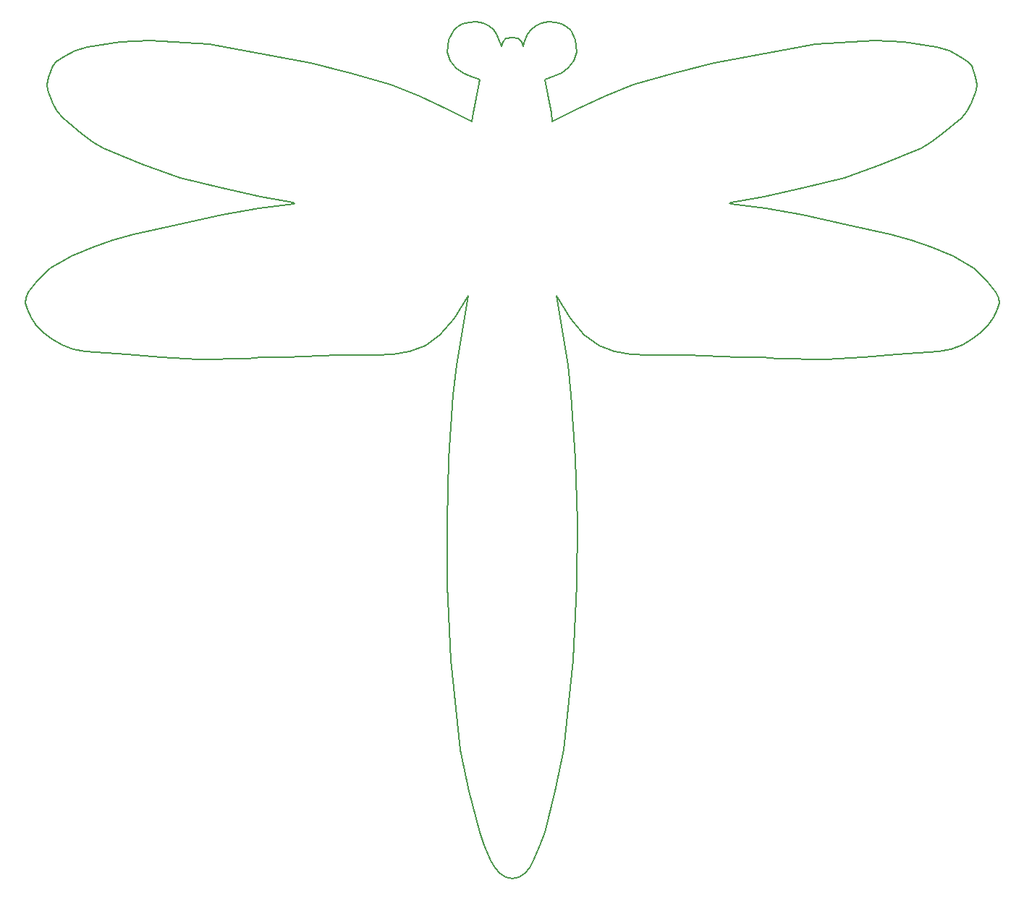
<source format=gbr>
From e55b89a5588fa95f8bbeac76e9181db4f5cc9a8d Mon Sep 17 00:00:00 2001
From: Blaise Thompson <blaise@untzag.com>
Date: Sun, 24 Oct 2021 20:50:41 -0500
Subject: initial commit

---
 gerber/dragonfly-Edge_Cuts.gbr | 426 +++++++++++++++++++++++++++++++++++++++++
 1 file changed, 426 insertions(+)
 create mode 100644 gerber/dragonfly-Edge_Cuts.gbr

(limited to 'gerber/dragonfly-Edge_Cuts.gbr')

diff --git a/gerber/dragonfly-Edge_Cuts.gbr b/gerber/dragonfly-Edge_Cuts.gbr
new file mode 100644
index 0000000..df475b3
--- /dev/null
+++ b/gerber/dragonfly-Edge_Cuts.gbr
@@ -0,0 +1,426 @@
+%TF.GenerationSoftware,KiCad,Pcbnew,5.99.0+really5.1.10+dfsg1-1+b1*%
+%TF.CreationDate,2021-10-24T20:32:13-05:00*%
+%TF.ProjectId,dragonfly,64726167-6f6e-4666-9c79-2e6b69636164,A*%
+%TF.SameCoordinates,Original*%
+%TF.FileFunction,Profile,NP*%
+%FSLAX46Y46*%
+G04 Gerber Fmt 4.6, Leading zero omitted, Abs format (unit mm)*
+G04 Created by KiCad (PCBNEW 5.99.0+really5.1.10+dfsg1-1+b1) date 2021-10-24 20:32:13*
+%MOMM*%
+%LPD*%
+G01*
+G04 APERTURE LIST*
+%TA.AperFunction,Profile*%
+%ADD10C,0.200000*%
+%TD*%
+G04 APERTURE END LIST*
+D10*
+X128830020Y-53051507D02*
+X128397345Y-54015195D01*
+X118587230Y-88250307D02*
+X116853486Y-89489991D01*
+X169419503Y-53786396D02*
+X162486813Y-54259340D01*
+X153604604Y-72586852D02*
+X156484936Y-72051400D01*
+X134641750Y-110098584D02*
+X134431399Y-102769144D01*
+X176658373Y-54528660D02*
+X172860247Y-53974174D01*
+X74341262Y-89469225D02*
+X73179130Y-88806610D01*
+X77103253Y-90191334D02*
+X75653334Y-89947775D01*
+X157998516Y-91022232D02*
+X163725002Y-91101873D01*
+X171260788Y-76449614D02*
+X166269634Y-75367367D01*
+X181051726Y-80457670D02*
+X178571297Y-79066590D01*
+X129728468Y-52082595D02*
+X129211954Y-52535118D01*
+X176127762Y-77977186D02*
+X173698475Y-77126010D01*
+X181334786Y-59625270D02*
+X181404626Y-58946922D01*
+X133882731Y-95286534D02*
+X133541976Y-91841394D01*
+X120240463Y-86349746D02*
+X118587230Y-88250307D01*
+X119580979Y-102769154D02*
+X120129648Y-95286544D01*
+X132766504Y-57581410D02*
+X133592010Y-57000700D01*
+X130807523Y-146469304D02*
+X132057914Y-141670223D01*
+X132820151Y-51879002D02*
+X132098186Y-51688816D01*
+X133541976Y-91841394D02*
+X132188016Y-83648444D01*
+X183606711Y-83306153D02*
+X182592856Y-81975320D01*
+X124990277Y-150646804D02*
+X124500863Y-149841777D01*
+X128397345Y-54015195D02*
+X128285360Y-54452285D01*
+X137158895Y-89489981D02*
+X138984316Y-90208639D01*
+X134571293Y-61805120D02*
+X131702843Y-63271870D01*
+X75441052Y-79066614D02*
+X77884587Y-77977210D01*
+X81152082Y-53974198D02*
+X84592833Y-53786420D01*
+X77353963Y-54528684D02*
+X81152082Y-53974198D01*
+X131237770Y-51629835D02*
+X130397694Y-51759110D01*
+X75653334Y-89947775D02*
+X74341262Y-89469225D01*
+X134256828Y-56190834D02*
+X134563290Y-55132685D01*
+X116170952Y-60326011D02*
+X119441043Y-61805144D01*
+X112828312Y-59004144D02*
+X116170952Y-60326011D01*
+X178571297Y-79066590D02*
+X176127762Y-77977186D01*
+X178129449Y-55006423D02*
+X176658373Y-54528660D01*
+X133771913Y-86349736D02*
+X135425150Y-88250297D01*
+X91525523Y-54259364D02*
+X103398423Y-56442874D01*
+X84592833Y-53786420D02*
+X91525523Y-54259364D01*
+X180726893Y-61207784D02*
+X181334786Y-59625270D01*
+X128285360Y-54452285D02*
+X128109514Y-53934473D01*
+X172860247Y-53974174D02*
+X169419503Y-53786396D01*
+X183299072Y-86223639D02*
+X183740533Y-85334037D01*
+X181833327Y-88010851D02*
+X182659306Y-87132887D01*
+X129211954Y-52535118D02*
+X128830020Y-53051507D01*
+X150613913Y-56442850D02*
+X145979257Y-57643844D01*
+X145979257Y-57643844D02*
+X141184003Y-59004120D01*
+X182659306Y-87132887D02*
+X183299072Y-86223639D01*
+X70104050Y-83949445D02*
+X70405636Y-83306177D01*
+X180755633Y-56785730D02*
+X180304804Y-56288578D01*
+X80313874Y-77126034D02*
+X82751560Y-76449638D01*
+X132057914Y-141670223D02*
+X133040943Y-136826704D01*
+X180304804Y-56288578D02*
+X179387167Y-55644269D01*
+X161313050Y-70992519D02*
+X165854426Y-69906810D01*
+X134437367Y-53722248D02*
+X133871502Y-52607080D01*
+X129022225Y-150646808D02*
+X129511639Y-149841783D01*
+X147426116Y-90670074D02*
+X153510406Y-90862546D01*
+X108033073Y-57643868D02*
+X112828312Y-59004144D01*
+X103398423Y-56442874D02*
+X108033073Y-57643868D01*
+X130397694Y-51759110D02*
+X129728468Y-52082595D01*
+X97684704Y-90902649D02*
+X96013854Y-91022242D01*
+X93039223Y-74222884D02*
+X97364107Y-73484086D01*
+X125182297Y-53051531D02*
+X125614971Y-54015219D01*
+X124800364Y-52535142D02*
+X125182297Y-53051531D01*
+X85945248Y-90886235D02*
+X81909773Y-90530862D01*
+X120140813Y-52607104D02*
+X120602960Y-52188940D01*
+X119574942Y-53722272D02*
+X120140813Y-52607104D01*
+X134563290Y-55132685D02*
+X134437367Y-53722248D01*
+X130273103Y-148057225D02*
+X130807523Y-146469304D01*
+X77884587Y-77977210D02*
+X80313874Y-77126034D01*
+X133871502Y-52607080D02*
+X133409359Y-52188916D01*
+X127006253Y-151940104D02*
+X126233555Y-151760365D01*
+X173698475Y-77126010D02*
+X171260788Y-76449614D01*
+X120971563Y-136826704D02*
+X119863543Y-126356804D01*
+X70040753Y-84515034D02*
+X70104050Y-83949445D01*
+X152567356Y-72907220D02*
+X152424827Y-72846486D01*
+X73769625Y-62118881D02*
+X73285443Y-61207808D01*
+X74431093Y-62883074D02*
+X73769625Y-62118881D01*
+X123204983Y-146469284D02*
+X121954603Y-141670217D01*
+X174851546Y-66447910D02*
+X175999315Y-65729986D01*
+X125726956Y-54452309D02*
+X125902802Y-53934497D01*
+X125614971Y-54015219D02*
+X125726956Y-54452309D01*
+X132098186Y-51688816D02*
+X131237770Y-51629835D01*
+X127727778Y-53586640D02*
+X127006230Y-53445685D01*
+X124500863Y-149841777D02*
+X123739402Y-148057212D01*
+X131977980Y-57952095D02*
+X132766504Y-57581410D01*
+X70713281Y-86223656D02*
+X70271819Y-85334059D01*
+X71353048Y-87132898D02*
+X70713281Y-86223656D01*
+X121192171Y-51879026D02*
+X121914139Y-51688840D01*
+X120602960Y-52188940D02*
+X121192171Y-51879026D01*
+X166269634Y-75367367D02*
+X160973126Y-74222860D01*
+X123739402Y-148057212D02*
+X123204983Y-146469284D01*
+X122774556Y-51629859D02*
+X123614628Y-51759134D01*
+X121914139Y-51688840D02*
+X122774556Y-51629859D01*
+X72677543Y-59625294D02*
+X72607701Y-58946946D01*
+X73285443Y-61207808D02*
+X72677543Y-59625294D01*
+X82751560Y-76449638D02*
+X87742715Y-75367391D01*
+X176909116Y-90191280D02*
+X178359029Y-89947746D01*
+X131240820Y-60556720D02*
+X130821260Y-58376690D01*
+X101418519Y-72773024D02*
+X100407730Y-72586876D01*
+X101587517Y-72846510D02*
+X101418519Y-72773024D01*
+X76687398Y-64733829D02*
+X74431093Y-62883074D01*
+X78013014Y-65730010D02*
+X76687398Y-64733829D01*
+X131702843Y-63271870D02*
+X131575387Y-62275281D01*
+X183740533Y-85334037D02*
+X183971596Y-84515010D01*
+X88157903Y-69906834D02*
+X83692020Y-68250702D01*
+X92699284Y-70992543D02*
+X88157903Y-69906834D01*
+X179671096Y-89469210D02*
+X180833226Y-88806602D01*
+X122034336Y-57952119D02*
+X121245813Y-57581434D01*
+X123191046Y-58376714D02*
+X122034336Y-57952119D01*
+X119370624Y-110098574D02*
+X119580979Y-102769154D01*
+X106586254Y-90670084D02*
+X100501968Y-90862556D01*
+X181404626Y-58946922D02*
+X181246125Y-58121025D01*
+X70405636Y-83306177D02*
+X71419491Y-81975344D01*
+X120420309Y-57000724D02*
+X119755488Y-56190858D01*
+X121245813Y-57581434D02*
+X120420309Y-57000724D01*
+X120470414Y-91841404D02*
+X121824354Y-83648454D01*
+X97527403Y-72051424D02*
+X92699284Y-70992543D01*
+X100407730Y-72586876D02*
+X97527403Y-72051424D01*
+X156327670Y-90902639D02*
+X157998516Y-91022232D01*
+X119449634Y-117533954D02*
+X119370624Y-110098574D01*
+X165854426Y-69906810D02*
+X170320308Y-68250678D01*
+X170320308Y-68250678D02*
+X174851546Y-66447910D01*
+X79160783Y-66447934D02*
+X78013014Y-65730010D01*
+X83692020Y-68250702D02*
+X79160783Y-66447934D01*
+X135425150Y-88250297D02*
+X137158895Y-89489981D01*
+X183908298Y-83949421D02*
+X183606711Y-83306153D01*
+X181246125Y-58121025D02*
+X180755633Y-56785730D01*
+X172102599Y-90530823D02*
+X176909116Y-90191280D01*
+X160973126Y-74222860D02*
+X156648246Y-73484062D01*
+X177324931Y-64733805D02*
+X179581236Y-62883050D01*
+X133592010Y-57000700D02*
+X134256828Y-56190834D01*
+X180833226Y-88806602D02*
+X181833327Y-88010851D01*
+X134562883Y-117533954D02*
+X134641750Y-110098584D01*
+X119863543Y-126356804D02*
+X119449634Y-117533954D01*
+X111057521Y-90642301D02*
+X106586254Y-90670084D01*
+X121954603Y-141670217D02*
+X120971563Y-136826704D01*
+X179581236Y-62883050D02*
+X180242709Y-62118857D01*
+X162486813Y-54259340D02*
+X150613913Y-56442850D01*
+X129511639Y-149841783D02*
+X130273103Y-148057225D01*
+X113099800Y-90546135D02*
+X111057521Y-90642301D01*
+X125564701Y-151307799D02*
+X124990277Y-150646804D01*
+X75882882Y-55006447D02*
+X77353963Y-54528684D01*
+X74625160Y-55644293D02*
+X75882882Y-55006447D01*
+X72960623Y-80457694D02*
+X75441052Y-79066614D01*
+X128109514Y-53934473D02*
+X127727778Y-53586640D01*
+X131575387Y-62275281D02*
+X131240820Y-60556720D01*
+X122309473Y-63271894D02*
+X122436930Y-62275305D01*
+X119441043Y-61805144D02*
+X122309473Y-63271894D01*
+X138984316Y-90208639D02*
+X140912580Y-90546125D01*
+X72766200Y-58121049D02*
+X73256693Y-56785754D01*
+X72607701Y-58946946D02*
+X72766200Y-58121049D01*
+X100501968Y-90862556D02*
+X97684704Y-90902649D01*
+X178359029Y-89947746D02*
+X179671096Y-89469210D01*
+X156648246Y-73484062D02*
+X152567356Y-72907220D01*
+X126233555Y-151760365D02*
+X125564701Y-151307799D01*
+X121824354Y-83648454D02*
+X120240463Y-86349746D01*
+X133409359Y-52188916D02*
+X132820151Y-51879002D01*
+X137841374Y-60325987D02*
+X134571293Y-61805120D01*
+X70271819Y-85334059D02*
+X70040753Y-84515034D01*
+X156484936Y-72051400D02*
+X161313050Y-70992519D01*
+X132188016Y-83648444D02*
+X133771913Y-86349736D01*
+X101444993Y-72907244D02*
+X101587517Y-72846510D01*
+X97364107Y-73484086D02*
+X101444993Y-72907244D01*
+X168067128Y-90886212D02*
+X172102599Y-90530823D01*
+X163725002Y-91101873D02*
+X168067128Y-90886212D01*
+X71419491Y-81975344D02*
+X72960623Y-80457694D01*
+X73707523Y-56288602D02*
+X74625160Y-55644293D01*
+X73256693Y-56785754D02*
+X73707523Y-56288602D01*
+X87742715Y-75367391D02*
+X93039223Y-74222884D01*
+X133040943Y-136826704D02*
+X134148973Y-126356804D01*
+X122771483Y-60556744D02*
+X123191046Y-58376714D01*
+X122436930Y-62275305D02*
+X122771483Y-60556744D01*
+X119449016Y-55132709D02*
+X119574942Y-53722272D01*
+X119755488Y-56190858D02*
+X119449016Y-55132709D01*
+X90287376Y-91101884D02*
+X85945248Y-90886235D01*
+X124283852Y-52082619D02*
+X124800364Y-52535142D01*
+X123614628Y-51759134D02*
+X124283852Y-52082619D01*
+X142954857Y-90642291D02*
+X147426116Y-90670074D01*
+X182592856Y-81975320D02*
+X181051726Y-80457670D01*
+X183971596Y-84515010D02*
+X183908298Y-83949421D01*
+X140912580Y-90546125D02*
+X142954857Y-90642291D01*
+X81909773Y-90530862D02*
+X77103253Y-90191334D01*
+X180242709Y-62118857D02*
+X180726893Y-61207784D01*
+X175999315Y-65729986D02*
+X177324931Y-64733805D01*
+X134148973Y-126356804D02*
+X134562883Y-117533954D01*
+X96013854Y-91022242D02*
+X90287376Y-91101884D01*
+X152593821Y-72773000D02*
+X153604604Y-72586852D01*
+X134431399Y-102769144D02*
+X133882731Y-95286534D01*
+X179387167Y-55644269D02*
+X178129449Y-55006423D01*
+X153510406Y-90862546D02*
+X156327670Y-90902639D01*
+X73179130Y-88806610D02*
+X72179028Y-88010859D01*
+X115028066Y-90208649D02*
+X113099800Y-90546135D01*
+X126284538Y-53586664D02*
+X127006086Y-53445709D01*
+X125902802Y-53934497D02*
+X126284538Y-53586664D01*
+X120129648Y-95286544D02*
+X120470414Y-91841404D01*
+X72179028Y-88010859D02*
+X71353048Y-87132898D01*
+X116853486Y-89489991D02*
+X115028066Y-90208649D01*
+X152424827Y-72846486D02*
+X152593821Y-72773000D01*
+X141184003Y-59004120D02*
+X137841374Y-60325987D01*
+X130821260Y-58376690D02*
+X131977980Y-57952095D01*
+X127778949Y-151760366D02*
+X128447800Y-151307800D01*
+X127006253Y-151940104D02*
+X127778949Y-151760366D01*
+X128447800Y-151307800D02*
+X129022225Y-150646808D01*
+M02*
-- 
cgit v1.2.3


</source>
